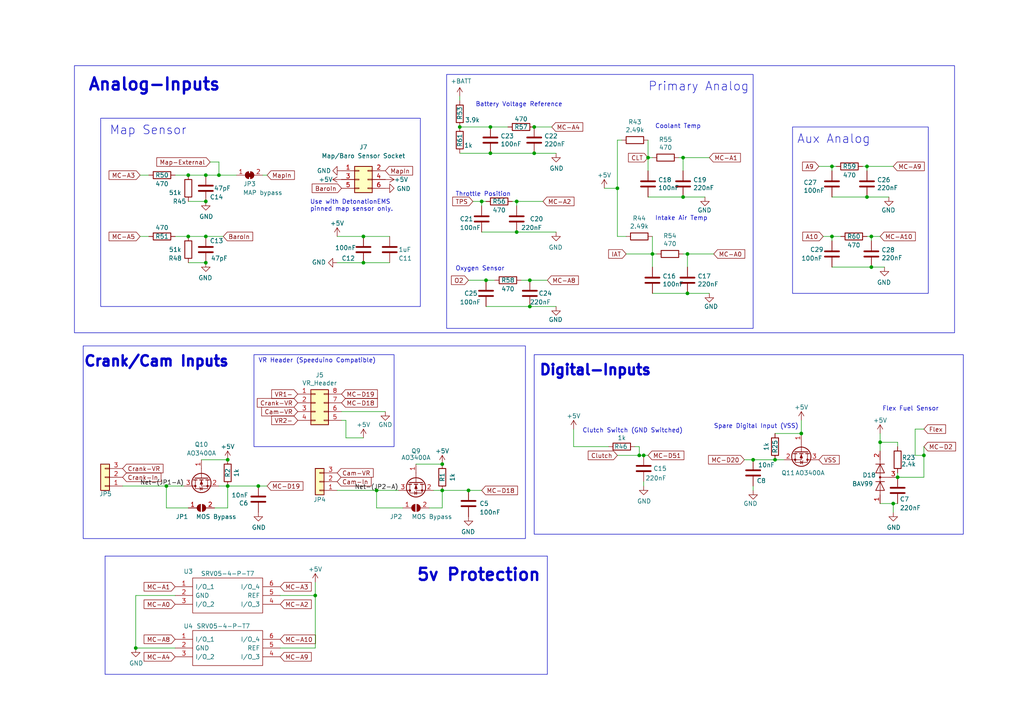
<source format=kicad_sch>
(kicad_sch (version 20230121) (generator eeschema)
  (paper "A4")
  (title_block (title "Pre-Ignition X4") (date "2023-10-24") (rev "C") (company "DetonationEMS") (comment 1 "detonationems.com"))
  (lib_symbols
    (symbol "Connector_Generic:Conn_01x03" (pin_names (offset 1.016) hide)
      (property "Reference" "J" (at 0 5.08 0))
      (property "Value" "Conn_01x03" (at 0 -5.08 0))
      (symbol "Conn_01x03_1_1"
        (rectangle (start -1.27 -2.413) (end 0 -2.667) (stroke (width 0.1524)))
        (rectangle (start -1.27 0.127) (end 0 -0.127) (stroke (width 0.1524)))
        (rectangle (start -1.27 2.667) (end 0 2.413) (stroke (width 0.1524)))
        (rectangle (start -1.27 3.81) (end 1.27 -3.81) (stroke (width 0.254)) (fill (type background)))
        (pin passive line (at -5.08 2.54 0) (length 3.81) (name "Pin_1") (number "1"))
        (pin passive line (at -5.08 0 0) (length 3.81) (name "Pin_2") (number "2"))
        (pin passive line (at -5.08 -2.54 0) (length 3.81) (name "Pin_3") (number "3"))
      )
    )
    (symbol "Connector_Generic:Conn_02x03_Odd_Even" (pin_names (offset 1.016) hide)
      (property "Reference" "J" (at 1.27 5.08 0))
      (property "Value" "Conn_02x03_Odd_Even" (at 1.27 -5.08 0))
      (symbol "Conn_02x03_Odd_Even_1_1"
        (rectangle (start -1.27 -2.413) (end 0 -2.667) (stroke (width 0.1524)))
        (rectangle (start -1.27 0.127) (end 0 -0.127) (stroke (width 0.1524)))
        (rectangle (start -1.27 2.667) (end 0 2.413) (stroke (width 0.1524)))
        (rectangle (start -1.27 3.81) (end 3.81 -3.81) (stroke (width 0.254)) (fill (type background)))
        (rectangle (start 3.81 -2.413) (end 2.54 -2.667) (stroke (width 0.1524)))
        (rectangle (start 3.81 0.127) (end 2.54 -0.127) (stroke (width 0.1524)))
        (rectangle (start 3.81 2.667) (end 2.54 2.413) (stroke (width 0.1524)))
        (pin passive line (at -5.08 2.54 0) (length 3.81) (name "Pin_1") (number "1"))
        (pin passive line (at 7.62 2.54 180) (length 3.81) (name "Pin_2") (number "2"))
        (pin passive line (at -5.08 0 0) (length 3.81) (name "Pin_3") (number "3"))
        (pin passive line (at 7.62 0 180) (length 3.81) (name "Pin_4") (number "4"))
        (pin passive line (at -5.08 -2.54 0) (length 3.81) (name "Pin_5") (number "5"))
        (pin passive line (at 7.62 -2.54 180) (length 3.81) (name "Pin_6") (number "6"))
      )
    )
    (symbol "Connector_Generic:Conn_02x04_Counter_Clockwise" (pin_names (offset 1.016) hide)
      (property "Reference" "J" (at 1.27 5.08 0))
      (property "Value" "Conn_02x04_Counter_Clockwise" (at 1.27 -7.62 0))
      (symbol "Conn_02x04_Counter_Clockwise_1_1"
        (rectangle (start -1.27 -4.953) (end 0 -5.207) (stroke (width 0.1524)))
        (rectangle (start -1.27 -2.413) (end 0 -2.667) (stroke (width 0.1524)))
        (rectangle (start -1.27 0.127) (end 0 -0.127) (stroke (width 0.1524)))
        (rectangle (start -1.27 2.667) (end 0 2.413) (stroke (width 0.1524)))
        (rectangle (start -1.27 3.81) (end 3.81 -6.35) (stroke (width 0.254)) (fill (type background)))
        (rectangle (start 3.81 -4.953) (end 2.54 -5.207) (stroke (width 0.1524)))
        (rectangle (start 3.81 -2.413) (end 2.54 -2.667) (stroke (width 0.1524)))
        (rectangle (start 3.81 0.127) (end 2.54 -0.127) (stroke (width 0.1524)))
        (rectangle (start 3.81 2.667) (end 2.54 2.413) (stroke (width 0.1524)))
        (pin passive line (at -5.08 2.54 0) (length 3.81) (name "Pin_1") (number "1"))
        (pin passive line (at -5.08 0 0) (length 3.81) (name "Pin_2") (number "2"))
        (pin passive line (at -5.08 -2.54 0) (length 3.81) (name "Pin_3") (number "3"))
        (pin passive line (at -5.08 -5.08 0) (length 3.81) (name "Pin_4") (number "4"))
        (pin passive line (at 7.62 -5.08 180) (length 3.81) (name "Pin_5") (number "5"))
        (pin passive line (at 7.62 -2.54 180) (length 3.81) (name "Pin_6") (number "6"))
        (pin passive line (at 7.62 0 180) (length 3.81) (name "Pin_7") (number "7"))
        (pin passive line (at 7.62 2.54 180) (length 3.81) (name "Pin_8") (number "8"))
      )
    )
    (symbol "Device:C" (pin_numbers hide) (pin_names (offset 0.254))
      (property "Reference" "C" (at 0.635 2.54 0))
      (property "Value" "C" (at 0.635 -2.54 0))
      (symbol "C_0_1"
        (polyline (pts (xy -2.032 -0.762) (xy 2.032 -0.762)) (stroke (width 0.508)))
        (polyline (pts (xy -2.032 0.762) (xy 2.032 0.762)) (stroke (width 0.508)))
      )
      (symbol "C_1_1"
        (pin passive line (at 0 3.81 270) (length 2.794) (name "~") (number "1"))
        (pin passive line (at 0 -3.81 90) (length 2.794) (name "~") (number "2"))
      )
    )
    (symbol "Device:R" (pin_numbers hide) (pin_names (offset 0))
      (property "Reference" "R" (at 2.032 0 90))
      (property "Value" "R" (at 0 0 90))
      (symbol "R_0_1"
        (rectangle (start -1.016 -2.54) (end 1.016 2.54) (stroke (width 0.254)))
      )
      (symbol "R_1_1"
        (pin passive line (at 0 3.81 270) (length 1.27) (name "~") (number "1"))
        (pin passive line (at 0 -3.81 90) (length 1.27) (name "~") (number "2"))
      )
    )
    (symbol "Diode:BAV99" (pin_names hide)
      (property "Reference" "D" (at 0 5.08 0))
      (property "Value" "BAV99" (at 0 2.54 0))
      (symbol "BAV99_0_1"
        (polyline (pts (xy -5.08 0) (xy 5.08 0)))
      )
      (symbol "BAV99_1_1"
        (polyline (pts (xy 0 0) (xy 0 -2.54)))
        (polyline (pts (xy -1.27 -1.27) (xy -1.27 1.27) (xy -1.27 1.27)) (stroke (width 0.2032)))
        (polyline (pts (xy 3.81 1.27) (xy 3.81 -1.27) (xy 3.81 -1.27)) (stroke (width 0.2032)))
        (polyline (pts (xy -3.81 1.27) (xy -1.27 0) (xy -3.81 -1.27) (xy -3.81 1.27) (xy -3.81 1.27) (xy -3.81 1.27)) (stroke (width 0.2032)))
        (polyline (pts (xy 1.27 1.27) (xy 3.81 0) (xy 1.27 -1.27) (xy 1.27 1.27) (xy 1.27 1.27) (xy 1.27 1.27)) (stroke (width 0.2032)))
        (circle (center 0 0) (radius 0.254) (fill (type outline)))
        (pin passive line (at -7.62 0 0) (length 2.54) (name "K") (number "1"))
        (pin passive line (at 7.62 0 180) (length 2.54) (name "A") (number "2"))
        (pin passive line (at 0 -5.08 90) (length 2.54) (name "K") (number "3"))
      )
    )
    (symbol "Jumper:SolderJumper_2_Bridged" (pin_names (offset 0) hide)
      (property "Reference" "JP" (at 0 2.032 0))
      (property "Value" "SolderJumper_2_Bridged" (at 0 -2.54 0))
      (symbol "SolderJumper_2_Bridged_0_1"
        (rectangle (start -0.508 0.508) (end 0.508 -0.508) (fill (type outline)))
        (arc (start -0.254 1.016) (mid -1.2656 0) (end -0.254 -1.016))
        (arc (start -0.254 1.016) (mid -1.2656 0) (end -0.254 -1.016) (fill (type outline)))
        (polyline (pts (xy -0.254 1.016) (xy -0.254 -1.016)))
        (polyline (pts (xy 0.254 1.016) (xy 0.254 -1.016)))
        (arc (start 0.254 -1.016) (mid 1.2656 0) (end 0.254 1.016))
        (arc (start 0.254 -1.016) (mid 1.2656 0) (end 0.254 1.016) (fill (type outline)))
      )
      (symbol "SolderJumper_2_Bridged_1_1"
        (pin passive line (at -3.81 0 0) (length 2.54) (name "A") (number "1"))
        (pin passive line (at 3.81 0 180) (length 2.54) (name "B") (number "2"))
      )
    )
    (symbol "Jumper:SolderJumper_2_Open" (pin_names (offset 0) hide)
      (property "Reference" "JP" (at 0 2.032 0))
      (property "Value" "SolderJumper_2_Open" (at 0 -2.54 0))
      (symbol "SolderJumper_2_Open_0_1"
        (arc (start -0.254 1.016) (mid -1.2656 0) (end -0.254 -1.016))
        (arc (start -0.254 1.016) (mid -1.2656 0) (end -0.254 -1.016) (fill (type outline)))
        (polyline (pts (xy -0.254 1.016) (xy -0.254 -1.016)))
        (polyline (pts (xy 0.254 1.016) (xy 0.254 -1.016)))
        (arc (start 0.254 -1.016) (mid 1.2656 0) (end 0.254 1.016))
        (arc (start 0.254 -1.016) (mid 1.2656 0) (end 0.254 1.016) (fill (type outline)))
      )
      (symbol "SolderJumper_2_Open_1_1"
        (pin passive line (at -3.81 0 0) (length 2.54) (name "A") (number "1"))
        (pin passive line (at 3.81 0 180) (length 2.54) (name "B") (number "2"))
      )
    )
    (symbol "Pre_Ignition-cache:AO3400A" (pin_names hide)
      (property "Reference" "Q" (at 5.08 1.905 0))
      (property "Value" "AO3400A" (at 5.08 0 0))
      (symbol "AO3400A_0_1"
        (polyline (pts (xy 0.254 0) (xy -2.54 0)))
        (polyline (pts (xy 0.254 1.905) (xy 0.254 -1.905)) (stroke (width 0.254)))
        (polyline (pts (xy 0.762 -1.27) (xy 0.762 -2.286)) (stroke (width 0.254)))
        (polyline (pts (xy 0.762 0.508) (xy 0.762 -0.508)) (stroke (width 0.254)))
        (polyline (pts (xy 0.762 2.286) (xy 0.762 1.27)) (stroke (width 0.254)))
        (polyline (pts (xy 2.54 2.54) (xy 2.54 1.778)))
        (polyline (pts (xy 2.54 -2.54) (xy 2.54 0) (xy 0.762 0)))
        (polyline (pts (xy 0.762 -1.778) (xy 3.302 -1.778) (xy 3.302 1.778) (xy 0.762 1.778)))
        (polyline (pts (xy 1.016 0) (xy 2.032 0.381) (xy 2.032 -0.381) (xy 1.016 0)) (fill (type outline)))
        (polyline (pts (xy 2.794 0.508) (xy 2.921 0.381) (xy 3.683 0.381) (xy 3.81 0.254)))
        (polyline (pts (xy 3.302 0.381) (xy 2.921 -0.254) (xy 3.683 -0.254) (xy 3.302 0.381)))
        (circle (center 1.651 0) (radius 2.794) (stroke (width 0.254)))
        (circle (center 2.54 -1.778) (radius 0.254) (fill (type outline)))
        (circle (center 2.54 1.778) (radius 0.254) (fill (type outline)))
      )
      (symbol "AO3400A_1_1"
        (pin input line (at -5.08 0 0) (length 2.54) (name "G") (number "1"))
        (pin passive line (at 2.54 -5.08 90) (length 2.54) (name "S") (number "2"))
        (pin passive line (at 2.54 5.08 270) (length 2.54) (name "D") (number "3"))
      )
    )
    (symbol "Pre_Ignition-rescue:SRV05-4-P-T7-SRV05-4-P-T7-Pre_Ignition-rescue-Pre_Ignition-rescue-Pre_Ignition-rescue" (pin_names (offset 0.762))
      (property "Reference" "IC" (at 26.67 7.62 0))
      (property "Value" "SRV05-4-P-T7-SRV05-4-P-T7-Pre_Ignition-rescue-Pre_Ignition-rescue-Pre_Ignition-rescue" (at 26.67 5.08 0))
      (symbol "SRV05-4-P-T7-SRV05-4-P-T7-Pre_Ignition-rescue-Pre_Ignition-rescue-Pre_Ignition-rescue_0_0"
        (pin passive line (at 0 0 0) (length 5.08) (name "I/O_1") (number "1"))
        (pin passive line (at 0 -2.54 0) (length 5.08) (name "GND") (number "2"))
        (pin passive line (at 0 -5.08 0) (length 5.08) (name "I/O_2") (number "3"))
        (pin passive line (at 30.48 -5.08 180) (length 5.08) (name "I/O_3") (number "4"))
        (pin passive line (at 30.48 -2.54 180) (length 5.08) (name "REF") (number "5"))
        (pin passive line (at 30.48 0 180) (length 5.08) (name "I/O_4") (number "6"))
      )
      (symbol "SRV05-4-P-T7-SRV05-4-P-T7-Pre_Ignition-rescue-Pre_Ignition-rescue-Pre_Ignition-rescue_0_1"
        (polyline (pts (xy 5.08 2.54) (xy 25.4 2.54) (xy 25.4 -7.62) (xy 5.08 -7.62) (xy 5.08 2.54)) (stroke (width 0.1524)))
      )
    )
    (symbol "power:+5V" (power) (pin_names (offset 0))
      (property "Value" "+5V" (at 0 3.556 0))
      (symbol "+5V_0_1"
        (polyline (pts (xy -0.762 1.27) (xy 0 2.54)))
        (polyline (pts (xy 0 0) (xy 0 2.54)))
        (polyline (pts (xy 0 2.54) (xy 0.762 1.27)))
      )
      (symbol "+5V_1_1"
        (pin power_in line (at 0 0 90) (length 0) hide (name "+5V") (number "1"))
      )
    )
    (symbol "power:+BATT" (power) (pin_names (offset 0))
      (property "Value" "+BATT" (at 0 3.556 0))
      (symbol "+BATT_0_1"
        (polyline (pts (xy -0.762 1.27) (xy 0 2.54)))
        (polyline (pts (xy 0 0) (xy 0 2.54)))
        (polyline (pts (xy 0 2.54) (xy 0.762 1.27)))
      )
      (symbol "+BATT_1_1"
        (pin power_in line (at 0 0 90) (length 0) hide (name "+BATT") (number "1"))
      )
    )
    (symbol "power:GND" (power) (pin_names (offset 0))
      (property "Value" "GND" (at 0 -3.81 0))
      (symbol "GND_0_1"
        (polyline (pts (xy 0 0) (xy 0 -1.27) (xy 1.27 -1.27) (xy 0 -2.54) (xy -1.27 -1.27) (xy 0 -1.27)))
      )
      (symbol "GND_1_1"
        (pin power_in line (at 0 0 270) (length 0) hide (name "GND") (number "1"))
      )
    )
  )
  (junction (at 59.69 76.2))
  (junction (at 135.89 142.24))
  (junction (at 63.5 50.8))
  (junction (at 198.12 45.72))
  (junction (at 252.73 77.47))
  (junction (at 241.3 68.58))
  (junction (at 59.69 68.58))
  (junction (at 139.7 58.42))
  (junction (at 140.97 81.28))
  (junction (at 255.27 128.27))
  (junction (at 154.94 36.83))
  (junction (at 232.41 125.73))
  (junction (at 142.24 44.45))
  (junction (at 149.86 58.42))
  (junction (at 218.44 133.35))
  (junction (at 189.23 73.66))
  (junction (at 39.37 187.96))
  (junction (at 186.69 132.08))
  (junction (at 59.69 50.8))
  (junction (at 187.96 45.72))
  (junction (at 154.94 44.45))
  (junction (at 153.67 88.9))
  (junction (at 267.97 132.08))
  (junction (at 91.44 172.72))
  (junction (at 199.39 73.66))
  (junction (at 128.27 134.62))
  (junction (at 48.26 140.97))
  (junction (at 66.04 133.35))
  (junction (at 251.46 48.26))
  (junction (at 251.46 57.15))
  (junction (at 153.67 81.28))
  (junction (at 128.27 142.24))
  (junction (at 260.35 138.43))
  (junction (at 59.69 58.42))
  (junction (at 252.73 68.58))
  (junction (at 54.61 50.8))
  (junction (at 185.42 132.08))
  (junction (at 109.22 142.24))
  (junction (at 74.93 140.97))
  (junction (at 105.41 76.2))
  (junction (at 105.41 68.58))
  (junction (at 259.08 146.05))
  (junction (at 179.07 54.61))
  (junction (at 149.86 67.31))
  (junction (at 133.35 36.83))
  (junction (at 224.79 133.35))
  (junction (at 54.61 68.58))
  (junction (at 66.04 140.97))
  (junction (at 198.12 57.15))
  (junction (at 142.24 36.83))
  (junction (at 241.3 48.26))
  (junction (at 199.39 85.09))
  (wire (pts (xy 179.07 68.58) (xy 181.61 68.58)))
  (wire (pts (xy 149.86 58.42) (xy 157.48 58.42)))
  (wire (pts (xy 59.69 76.2) (xy 54.61 76.2)))
  (wire (pts (xy 267.97 132.08) (xy 267.97 138.43)))
  (wire (pts (xy 196.85 45.72) (xy 198.12 45.72)))
  (wire (pts (xy 204.47 57.15) (xy 198.12 57.15)))
  (wire (pts (xy 149.86 58.42) (xy 149.86 59.69)))
  (wire (pts (xy 184.15 129.54) (xy 185.42 129.54)))
  (wire (pts (xy 140.97 81.28) (xy 143.51 81.28)))
  (wire (pts (xy 133.35 27.94) (xy 133.35 29.21)))
  (wire (pts (xy 151.13 81.28) (xy 153.67 81.28)))
  (wire (pts (xy 116.84 147.32) (xy 109.22 147.32)))
  (wire (pts (xy 100.33 127) (xy 100.33 121.92)))
  (wire (pts (xy 139.7 58.42) (xy 140.97 58.42)))
  (wire (pts (xy 185.42 129.54) (xy 185.42 132.08)))
  (wire (pts (xy 97.79 142.24) (xy 109.22 142.24)))
  (wire (pts (xy 59.69 68.58) (xy 64.77 68.58)))
  (wire (pts (xy 260.35 138.43) (xy 267.97 138.43)))
  (wire (pts (xy 105.41 68.58) (xy 113.03 68.58)))
  (wire (pts (xy 224.79 133.35) (xy 227.33 133.35)))
  (wire (pts (xy 43.18 68.58) (xy 40.64 68.58)))
  (polyline (pts (xy 30.48 161.29) (xy 158.75 161.29)))
  (wire (pts (xy 97.79 68.58) (xy 105.41 68.58)))
  (wire (pts (xy 241.3 48.26) (xy 242.57 48.26)))
  (wire (pts (xy 140.97 88.9) (xy 153.67 88.9)))
  (wire (pts (xy 62.23 147.32) (xy 66.04 147.32)))
  (wire (pts (xy 142.24 44.45) (xy 133.35 44.45)))
  (wire (pts (xy 205.74 85.09) (xy 199.39 85.09)))
  (wire (pts (xy 199.39 73.66) (xy 199.39 77.47)))
  (wire (pts (xy 166.37 129.54) (xy 176.53 129.54)))
  (wire (pts (xy 218.44 133.35) (xy 224.79 133.35)))
  (wire (pts (xy 43.18 50.8) (xy 40.64 50.8)))
  (wire (pts (xy 255.27 146.05) (xy 259.08 146.05)))
  (wire (pts (xy 105.41 76.2) (xy 97.79 76.2)))
  (wire (pts (xy 179.07 132.08) (xy 185.42 132.08)))
  (wire (pts (xy 54.61 58.42) (xy 59.69 58.42)))
  (wire (pts (xy 54.61 50.8) (xy 50.8 50.8)))
  (wire (pts (xy 100.33 127) (xy 105.41 127)))
  (wire (pts (xy 142.24 44.45) (xy 154.94 44.45)))
  (wire (pts (xy 256.54 77.47) (xy 252.73 77.47)))
  (wire (pts (xy 189.23 85.09) (xy 199.39 85.09)))
  (wire (pts (xy 260.35 137.16) (xy 260.35 138.43)))
  (wire (pts (xy 187.96 45.72) (xy 187.96 49.53)))
  (wire (pts (xy 54.61 68.58) (xy 59.69 68.58)))
  (wire (pts (xy 187.96 40.64) (xy 187.96 45.72)))
  (wire (pts (xy 189.23 68.58) (xy 189.23 73.66)))
  (wire (pts (xy 109.22 147.32) (xy 109.22 142.24)))
  (wire (pts (xy 241.3 77.47) (xy 252.73 77.47)))
  (wire (pts (xy 198.12 45.72) (xy 205.74 45.72)))
  (wire (pts (xy 166.37 124.46) (xy 166.37 129.54)))
  (wire (pts (xy 154.94 36.83) (xy 160.02 36.83)))
  (wire (pts (xy 255.27 125.73) (xy 255.27 128.27)))
  (wire (pts (xy 54.61 50.8) (xy 59.69 50.8)))
  (wire (pts (xy 265.43 132.08) (xy 265.43 124.46)))
  (wire (pts (xy 260.35 128.27) (xy 255.27 128.27)))
  (wire (pts (xy 250.19 48.26) (xy 251.46 48.26)))
  (wire (pts (xy 153.67 81.28) (xy 158.75 81.28)))
  (wire (pts (xy 175.26 54.61) (xy 179.07 54.61)))
  (polyline (pts (xy 158.75 195.58) (xy 30.48 195.58)))
  (wire (pts (xy 113.03 76.2) (xy 105.41 76.2)))
  (wire (pts (xy 251.46 48.26) (xy 259.08 48.26)))
  (wire (pts (xy 48.26 147.32) (xy 54.61 147.32)))
  (wire (pts (xy 186.69 140.97) (xy 186.69 139.7)))
  (wire (pts (xy 179.07 54.61) (xy 179.07 68.58)))
  (polyline (pts (xy 158.75 161.29) (xy 158.75 195.58)))
  (wire (pts (xy 100.33 121.92) (xy 99.06 121.92)))
  (wire (pts (xy 39.37 172.72) (xy 50.8 172.72)))
  (wire (pts (xy 186.69 132.08) (xy 187.96 132.08)))
  (wire (pts (xy 50.8 68.58) (xy 54.61 68.58)))
  (wire (pts (xy 128.27 142.24) (xy 135.89 142.24)))
  (wire (pts (xy 260.35 129.54) (xy 260.35 128.27)))
  (wire (pts (xy 241.3 48.26) (xy 241.3 49.53)))
  (wire (pts (xy 215.9 133.35) (xy 218.44 133.35)))
  (polyline (pts (xy 30.48 195.58) (xy 30.48 161.29)))
  (wire (pts (xy 50.8 187.96) (xy 39.37 187.96)))
  (wire (pts (xy 60.96 46.99) (xy 63.5 46.99)))
  (wire (pts (xy 161.29 44.45) (xy 154.94 44.45)))
  (wire (pts (xy 153.67 88.9) (xy 161.29 88.9)))
  (wire (pts (xy 265.43 132.08) (xy 267.97 132.08)))
  (wire (pts (xy 198.12 45.72) (xy 198.12 49.53)))
  (wire (pts (xy 66.04 140.97) (xy 74.93 140.97)))
  (wire (pts (xy 135.89 81.28) (xy 140.97 81.28)))
  (wire (pts (xy 252.73 68.58) (xy 255.27 68.58)))
  (wire (pts (xy 255.27 128.27) (xy 255.27 130.81)))
  (wire (pts (xy 161.29 67.31) (xy 149.86 67.31)))
  (wire (pts (xy 187.96 57.15) (xy 198.12 57.15)))
  (wire (pts (xy 257.81 57.15) (xy 251.46 57.15)))
  (wire (pts (xy 232.41 125.73) (xy 224.79 125.73)))
  (wire (pts (xy 81.28 187.96) (xy 91.44 187.96)))
  (wire (pts (xy 133.35 36.83) (xy 142.24 36.83)))
  (wire (pts (xy 124.46 147.32) (xy 128.27 147.32)))
  (wire (pts (xy 238.76 68.58) (xy 241.3 68.58)))
  (wire (pts (xy 63.5 50.8) (xy 68.58 50.8)))
  (wire (pts (xy 91.44 172.72) (xy 81.28 172.72)))
  (wire (pts (xy 39.37 172.72) (xy 39.37 187.96)))
  (wire (pts (xy 91.44 172.72) (xy 91.44 187.96)))
  (wire (pts (xy 187.96 45.72) (xy 189.23 45.72)))
  (wire (pts (xy 91.44 168.91) (xy 91.44 172.72)))
  (wire (pts (xy 265.43 124.46) (xy 267.97 124.46)))
  (wire (pts (xy 237.49 48.26) (xy 241.3 48.26)))
  (wire (pts (xy 66.04 140.97) (xy 63.5 140.97)))
  (wire (pts (xy 259.08 148.59) (xy 259.08 146.05)))
  (wire (pts (xy 218.44 142.24) (xy 218.44 140.97)))
  (wire (pts (xy 48.26 147.32) (xy 48.26 140.97)))
  (wire (pts (xy 63.5 46.99) (xy 63.5 50.8)))
  (wire (pts (xy 66.04 147.32) (xy 66.04 140.97)))
  (wire (pts (xy 148.59 58.42) (xy 149.86 58.42)))
  (wire (pts (xy 128.27 147.32) (xy 128.27 142.24)))
  (wire (pts (xy 267.97 129.54) (xy 267.97 132.08)))
  (wire (pts (xy 232.41 121.92) (xy 232.41 125.73)))
  (wire (pts (xy 77.47 50.8) (xy 76.2 50.8)))
  (wire (pts (xy 142.24 36.83) (xy 147.32 36.83)))
  (wire (pts (xy 48.26 140.97) (xy 53.34 140.97)))
  (wire (pts (xy 139.7 59.69) (xy 139.7 58.42)))
  (wire (pts (xy 198.12 73.66) (xy 199.39 73.66)))
  (wire (pts (xy 241.3 57.15) (xy 251.46 57.15)))
  (wire (pts (xy 179.07 40.64) (xy 180.34 40.64)))
  (wire (pts (xy 59.69 50.8) (xy 63.5 50.8)))
  (wire (pts (xy 259.08 146.05) (xy 260.35 146.05)))
  (wire (pts (xy 241.3 68.58) (xy 243.84 68.58)))
  (wire (pts (xy 74.93 140.97) (xy 77.47 140.97)))
  (wire (pts (xy 115.57 142.24) (xy 109.22 142.24)))
  (wire (pts (xy 120.65 134.62) (xy 128.27 134.62)))
  (wire (pts (xy 181.61 73.66) (xy 189.23 73.66)))
  (wire (pts (xy 135.89 142.24) (xy 139.7 142.24)))
  (wire (pts (xy 128.27 142.24) (xy 125.73 142.24)))
  (wire (pts (xy 179.07 40.64) (xy 179.07 54.61)))
  (wire (pts (xy 189.23 73.66) (xy 189.23 77.47)))
  (wire (pts (xy 185.42 132.08) (xy 186.69 132.08)))
  (wire (pts (xy 251.46 68.58) (xy 252.73 68.58)))
  (wire (pts (xy 66.04 133.35) (xy 58.42 133.35)))
  (wire (pts (xy 189.23 73.66) (xy 190.5 73.66)))
  (wire (pts (xy 241.3 68.58) (xy 241.3 69.85)))
  (wire (pts (xy 35.56 140.97) (xy 48.26 140.97)))
  (wire (pts (xy 137.16 58.42) (xy 139.7 58.42)))
  (wire (pts (xy 111.76 119.38) (xy 99.06 119.38)))
  (wire (pts (xy 252.73 68.58) (xy 252.73 69.85)))
  (wire (pts (xy 139.7 67.31) (xy 149.86 67.31)))
  (wire (pts (xy 199.39 73.66) (xy 207.01 73.66)))
  (wire (pts (xy 251.46 48.26) (xy 251.46 49.53)))
  (rectangle (start 21.59 19.05) (end 276.86 96.52))
  (rectangle (start 24.13 100.33) (end 152.4 156.21))
  (rectangle (start 229.87 36.83) (end 269.24 85.09))
  (rectangle (start 73.66 102.87) (end 114.3 129.54))
  (rectangle (start 129.54 21.59) (end 218.44 95.25))
  (rectangle (start 154.94 102.87) (end 279.4 154.94))
  (rectangle (start 29.21 34.29) (end 121.92 88.9))
  (text "Aux Analog" (at 231.14 41.91 0) (effects (font (size 2.54 2.54)) (justify left bottom)))
  (text "Map Sensor" (at 31.75 39.37 0) (effects (font (size 2.54 2.54)) (justify left bottom)))
  (text "Throttle Position" (at 132.08 57.15 0) (effects (font (size 1.27 1.27)) (justify left bottom)))
  (text "Clutch Switch (GND Switched)" (at 168.91 125.73 0) (effects (font (size 1.27 1.27)) (justify left bottom)))
  (text "Crank/Cam Inputs" (at 24.13 106.68 0) (effects (font (size 3 3) (thickness 0.7) bold) (justify left bottom)))
  (text "Analog-Inputs" (at 25.4 26.67 0) (effects (font (size 3.5 3.5) (thickness 0.7) bold) (justify left bottom)))
  (text "Oxygen Sensor" (at 132.08 78.74 0) (effects (font (size 1.27 1.27)) (justify left bottom)))
  (text "Primary Analog" (at 187.96 26.67 0) (effects (font (size 2.54 2.54)) (justify left bottom)))
  (text "Coolant Temp" (at 189.992 37.465 0) (effects (font (size 1.27 1.27)) (justify left bottom)))
  (text "Intake Air Temp" (at 189.992 64.135 0) (effects (font (size 1.27 1.27)) (justify left bottom)))
  (text "VR Header (Speeduino Compatible)" (at 74.93 105.41 0) (effects (font (size 1.27 1.27)) (justify left bottom)))
  (text "Battery Voltage Reference" (at 137.922 31.115 0) (effects (font (size 1.27 1.27)) (justify left bottom)))
  (text "Spare Digital Input (VSS)" (at 207.01 124.46 0) (effects (font (size 1.27 1.27)) (justify left bottom)))
  (text "Use with DetonationEMS\npinned map sensor only." (at 89.916 61.468 0) (effects (font (size 1.27 1.27)) (justify left bottom)))
  (text "Flex Fuel Sensor" (at 255.905 119.38 0) (effects (font (size 1.27 1.27)) (justify left bottom)))
  (text "5v Protection" (at 120.65 168.91 0) (effects (font (size 3.5 3.5) (thickness 0.7) bold) (justify left bottom)))
  (text "Digital-Inputs" (at 156.21 109.22 0) (effects (font (size 3 3) (thickness 0.7) bold) (justify left bottom)))
  (label "Net-(JP2-A)" (at 115.57 142.24 180))
  (label "Net-(JP1-A)" (at 53.34 140.97 180))
  (global_label "MC-A5" (shape input) (at 40.64 68.58 180) (property "Intersheetrefs" "${INTERSHEET_REFS}" (effects hide)))
  (global_label "Flex" (shape input) (at 267.97 124.46 0) (property "Intersheetrefs" "${INTERSHEET_REFS}" (effects hide)))
  (global_label "MC-A2" (shape input) (at 81.28 175.26 0) (property "Intersheetrefs" "${INTERSHEET_REFS}" (effects hide)))
  (global_label "VSS" (shape input) (at 237.49 133.35 0) (property "Intersheetrefs" "${INTERSHEET_REFS}" (effects hide)))
  (global_label "MC-D20" (shape input) (at 215.9 133.35 180) (property "Intersheetrefs" "${INTERSHEET_REFS}" (effects hide)))
  (global_label "MC-D18" (shape input) (at 139.7 142.24 0) (property "Intersheetrefs" "${INTERSHEET_REFS}" (effects hide)))
  (global_label "MapIn" (shape input) (at 77.47 50.8 0) (property "Intersheetrefs" "${INTERSHEET_REFS}" (effects hide)))
  (global_label "Cam-VR" (shape input) (at 97.79 137.16 0) (property "Intersheetrefs" "${INTERSHEET_REFS}" (effects hide)))
  (global_label "MC-A1" (shape input) (at 50.8 170.18 180) (property "Intersheetrefs" "${INTERSHEET_REFS}" (effects hide)))
  (global_label "MC-A8" (shape input) (at 50.8 185.42 180) (property "Intersheetrefs" "${INTERSHEET_REFS}" (effects hide)))
  (global_label "MC-D18" (shape input) (at 99.06 116.84 0) (property "Intersheetrefs" "${INTERSHEET_REFS}" (effects hide)))
  (global_label "MC-D19" (shape input) (at 99.06 114.3 0) (property "Intersheetrefs" "${INTERSHEET_REFS}" (effects hide)))
  (global_label "Crank-VR" (shape input) (at 86.36 116.84 180) (property "Intersheetrefs" "${INTERSHEET_REFS}" (effects hide)))
  (global_label "MC-A4" (shape input) (at 50.8 190.5 180) (property "Intersheetrefs" "${INTERSHEET_REFS}" (effects hide)))
  (global_label "MC-A4" (shape input) (at 160.02 36.83 0) (property "Intersheetrefs" "${INTERSHEET_REFS}" (effects hide)))
  (global_label "MC-A0" (shape input) (at 50.8 175.26 180) (property "Intersheetrefs" "${INTERSHEET_REFS}" (effects hide)))
  (global_label "MC-A3" (shape input) (at 40.64 50.8 180) (property "Intersheetrefs" "${INTERSHEET_REFS}" (effects hide)))
  (global_label "Cam-In" (shape input) (at 97.79 139.7 0) (property "Intersheetrefs" "${INTERSHEET_REFS}" (effects hide)))
  (global_label "MapIn" (shape input) (at 111.76 49.53 0) (property "Intersheetrefs" "${INTERSHEET_REFS}" (effects hide)))
  (global_label "Clutch" (shape input) (at 179.07 132.08 180) (property "Intersheetrefs" "${INTERSHEET_REFS}" (effects hide)))
  (global_label "TPS" (shape input) (at 137.16 58.42 180) (property "Intersheetrefs" "${INTERSHEET_REFS}" (effects hide)))
  (global_label "MC-D51" (shape input) (at 187.96 132.08 0) (property "Intersheetrefs" "${INTERSHEET_REFS}" (effects hide)))
  (global_label "MC-A0" (shape input) (at 207.01 73.66 0) (property "Intersheetrefs" "${INTERSHEET_REFS}" (effects hide)))
  (global_label "MC-A9" (shape input) (at 81.28 190.5 0) (property "Intersheetrefs" "${INTERSHEET_REFS}" (effects hide)))
  (global_label "Cam-VR" (shape input) (at 86.36 119.38 180) (property "Intersheetrefs" "${INTERSHEET_REFS}" (effects hide)))
  (global_label "MC-D2" (shape input) (at 267.97 129.54 0) (property "Intersheetrefs" "${INTERSHEET_REFS}" (effects hide)))
  (global_label "MC-A2" (shape input) (at 157.48 58.42 0) (property "Intersheetrefs" "${INTERSHEET_REFS}" (effects hide)))
  (global_label "BaroIn" (shape input) (at 99.06 54.61 180) (property "Intersheetrefs" "${INTERSHEET_REFS}" (effects hide)))
  (global_label "CLT" (shape input) (at 187.96 45.72 180) (property "Intersheetrefs" "${INTERSHEET_REFS}" (effects hide)))
  (global_label "MC-D19" (shape input) (at 77.47 140.97 0) (property "Intersheetrefs" "${INTERSHEET_REFS}" (effects hide)))
  (global_label "O2" (shape input) (at 135.89 81.28 180) (property "Intersheetrefs" "${INTERSHEET_REFS}" (effects hide)))
  (global_label "MC-A3" (shape input) (at 81.28 170.18 0) (property "Intersheetrefs" "${INTERSHEET_REFS}" (effects hide)))
  (global_label "VR1-" (shape input) (at 86.36 114.3 180) (property "Intersheetrefs" "${INTERSHEET_REFS}" (effects hide)))
  (global_label "MC-A8" (shape input) (at 158.75 81.28 0) (property "Intersheetrefs" "${INTERSHEET_REFS}" (effects hide)))
  (global_label "Map-External" (shape input) (at 60.96 46.99 180) (property "Intersheetrefs" "${INTERSHEET_REFS}" (effects hide)))
  (global_label "A10" (shape input) (at 238.76 68.58 180) (property "Intersheetrefs" "${INTERSHEET_REFS}" (effects hide)))
  (global_label "Crank-In" (shape input) (at 35.56 138.43 0) (property "Intersheetrefs" "${INTERSHEET_REFS}" (effects hide)))
  (global_label "MC-A9" (shape input) (at 259.08 48.26 0) (property "Intersheetrefs" "${INTERSHEET_REFS}" (effects hide)))
  (global_label "Crank-VR" (shape input) (at 35.56 135.89 0) (property "Intersheetrefs" "${INTERSHEET_REFS}" (effects hide)))
  (global_label "MC-A10" (shape input) (at 81.28 185.42 0) (property "Intersheetrefs" "${INTERSHEET_REFS}" (effects hide)))
  (global_label "MC-A1" (shape input) (at 205.74 45.72 0) (property "Intersheetrefs" "${INTERSHEET_REFS}" (effects hide)))
  (global_label "BaroIn" (shape input) (at 64.77 68.58 0) (property "Intersheetrefs" "${INTERSHEET_REFS}" (effects hide)))
  (global_label "VR2-" (shape input) (at 86.36 121.92 180) (property "Intersheetrefs" "${INTERSHEET_REFS}" (effects hide)))
  (global_label "A9" (shape input) (at 237.49 48.26 180) (property "Intersheetrefs" "${INTERSHEET_REFS}" (effects hide)))
  (global_label "IAT" (shape input) (at 181.61 73.66 180) (property "Intersheetrefs" "${INTERSHEET_REFS}" (effects hide)))
  (global_label "MC-A10" (shape input) (at 255.27 68.58 0) (property "Intersheetrefs" "${INTERSHEET_REFS}" (effects hide)))
  (symbol (lib_id "Device:C") (at 113.03 72.39 0) (mirror x) (unit 1)
    (property "Reference" "C11" (at 115.57 74.93 0) (effects (justify left)))
    (property "Value" "1uF" (at 115.57 72.39 0) (effects (justify left)))
    (property "Footprint" "Capacitor_SMD:C_0603_1608Metric" (effects hide))
    (property "JLC" "C15849" (effects hide))
    (property "LCSC" "C15849" (effects hide))
  )
  (symbol (lib_id "Device:R") (at 144.78 58.42 270) (unit 1)
    (property "Reference" "R56" (at 144.78 58.42 90))
    (property "Value" "470" (at 144.78 60.96 90))
    (property "Footprint" "Resistor_SMD:R_0603_1608Metric" (effects hide))
    (property "JLC" "C23179" (effects hide))
    (property "LCSC" "C23179" (effects hide))
  )
  (symbol (lib_id "Device:C") (at 105.41 72.39 0) (mirror x) (unit 1)
    (property "Reference" "C12" (at 99.06 74.93 0) (effects (justify left)))
    (property "Value" "100nF" (at 97.155 71.882 0) (effects (justify left)))
    (property "Footprint" "Capacitor_SMD:C_0603_1608Metric" (effects hide))
    (property "JLC" "C14663" (effects hide))
    (property "LCSC" "C14663" (effects hide))
  )
  (symbol (lib_id "Device:C") (at 139.7 63.5 0) (unit 1)
    (property "Reference" "C21" (at 133.35 63.5 0) (effects (justify left)))
    (property "Value" "100nF" (at 133.35 66.04 0) (effects (justify left)))
    (property "Footprint" "Capacitor_SMD:C_0603_1608Metric" (effects hide))
    (property "JLC" "C14663" (effects hide))
    (property "LCSC" "C14663" (effects hide))
  )
  (symbol (lib_id "Device:C") (at 149.86 63.5 0) (unit 1)
    (property "Reference" "C20" (at 153.67 63.5 0) (effects (justify left)))
    (property "Value" "220nF" (at 151.13 66.04 0) (effects (justify left)))
    (property "Footprint" "Capacitor_SMD:C_0603_1608Metric" (effects hide))
    (property "JLC" "C5378 " (effects hide))
    (property "LCSC" "C21120" (effects hide))
  )
  (symbol (lib_id "power:GND") (at 161.29 67.31 0) (unit 1)
    (property "Reference" "#PWR0118" (effects hide))
    (property "Value" "GND" (at 163.195 71.755 0) (effects (justify right)))
  )
  (symbol (lib_id "Device:R") (at 147.32 81.28 270) (unit 1)
    (property "Reference" "R58" (at 147.32 81.28 90))
    (property "Value" "470" (at 147.32 83.82 90))
    (property "Footprint" "Resistor_SMD:R_0603_1608Metric" (effects hide))
    (property "JLC" "C23179" (effects hide))
    (property "LCSC" "C23179" (effects hide))
  )
  (symbol (lib_id "Device:C") (at 140.97 85.09 0) (unit 1)
    (property "Reference" "C25" (at 134.62 85.09 0) (effects (justify left)))
    (property "Value" "100nF" (at 133.35 87.63 0) (effects (justify left)))
    (property "Footprint" "Capacitor_SMD:C_0603_1608Metric" (effects hide))
    (property "JLC" "C14663" (effects hide))
    (property "LCSC" "C14663" (effects hide))
  )
  (symbol (lib_id "Device:C") (at 153.67 85.09 0) (unit 1)
    (property "Reference" "C24" (at 156.21 85.09 0) (effects (justify left)))
    (property "Value" "220nF" (at 153.67 87.63 0) (effects (justify left)))
    (property "Footprint" "Capacitor_SMD:C_0603_1608Metric" (effects hide))
    (property "JLC" "C5378 " (effects hide))
    (property "LCSC" "C21120" (effects hide))
  )
  (symbol (lib_id "power:GND") (at 161.29 88.9 0) (unit 1)
    (property "Reference" "#PWR0117" (effects hide))
    (property "Value" "GND" (at 163.195 92.71 0) (effects (justify right)))
  )
  (symbol (lib_id "Device:R") (at 46.99 50.8 270) (mirror x) (unit 1)
    (property "Reference" "R50" (at 46.99 50.8 90))
    (property "Value" "470" (at 46.99 53.34 90))
    (property "Footprint" "Resistor_SMD:R_0603_1608Metric" (effects hide))
    (property "JLC" "C23179" (effects hide))
    (property "LCSC" "C23179" (effects hide))
  )
  (symbol (lib_id "Device:R") (at 194.31 73.66 270) (unit 1)
    (property "Reference" "R54" (at 194.31 68.4022 90))
    (property "Value" "470" (at 194.31 70.7136 90))
    (property "Footprint" "Resistor_SMD:R_0603_1608Metric" (effects hide))
    (property "JLC" "C23179" (effects hide))
    (property "LCSC" "C23179" (effects hide))
  )
  (symbol (lib_id "Device:C") (at 189.23 81.28 0) (unit 1)
    (property "Reference" "C16" (at 192.151 80.1116 0) (effects (justify left)))
    (property "Value" "100nF" (at 192.151 82.423 0) (effects (justify left)))
    (property "Footprint" "Capacitor_SMD:C_0603_1608Metric" (effects hide))
    (property "JLC" "C14663" (effects hide))
    (property "LCSC" "C14663" (effects hide))
  )
  (symbol (lib_id "Device:C") (at 199.39 81.28 0) (unit 1)
    (property "Reference" "C17" (at 202.311 80.1116 0) (effects (justify left)))
    (property "Value" "220nF" (at 202.311 82.423 0) (effects (justify left)))
    (property "Footprint" "Capacitor_SMD:C_0603_1608Metric" (effects hide))
    (property "JLC" "C5378 " (effects hide))
    (property "LCSC" "C21120" (effects hide))
  )
  (symbol (lib_id "power:GND") (at 205.74 85.09 0) (unit 1)
    (property "Reference" "#PWR0116" (effects hide))
    (property "Value" "GND" (at 208.28 88.9 0) (effects (justify right)))
  )
  (symbol (lib_id "Device:R") (at 193.04 45.72 270) (unit 1)
    (property "Reference" "R55" (at 193.04 40.4622 90))
    (property "Value" "470" (at 193.04 42.7736 90))
    (property "Footprint" "Resistor_SMD:R_0603_1608Metric" (effects hide))
    (property "JLC" "C23179" (effects hide))
    (property "LCSC" "C23179" (effects hide))
  )
  (symbol (lib_id "Device:C") (at 187.96 53.34 0) (unit 1)
    (property "Reference" "C18" (at 190.881 52.1716 0) (effects (justify left)))
    (property "Value" "100nF" (at 190.881 54.483 0) (effects (justify left)))
    (property "Footprint" "Capacitor_SMD:C_0603_1608Metric" (effects hide))
    (property "JLC" "C14663" (effects hide))
    (property "LCSC" "C14663" (effects hide))
  )
  (symbol (lib_id "Device:C") (at 198.12 53.34 0) (unit 1)
    (property "Reference" "C19" (at 201.041 52.1716 0) (effects (justify left)))
    (property "Value" "220nF" (at 201.041 54.483 0) (effects (justify left)))
    (property "Footprint" "Capacitor_SMD:C_0603_1608Metric" (effects hide))
    (property "JLC" "C5378 " (effects hide))
    (property "LCSC" "C21120" (effects hide))
  )
  (symbol (lib_id "power:GND") (at 204.47 57.15 0) (unit 1)
    (property "Reference" "#PWR0115" (effects hide))
    (property "Value" "GND" (at 206.375 60.96 0) (effects (justify right)))
  )
  (symbol (lib_id "Device:R") (at 184.15 40.64 270) (unit 1) (in_bom no)
    (property "Reference" "R43" (at 184.15 35.3822 90))
    (property "Value" "2.49k" (at 184.15 37.6936 90))
    (property "Footprint" "Resistor_THT:R_Axial_DIN0207_L6.3mm_D2.5mm_P7.62mm_Horizontal" (effects hide))
  )
  (symbol (lib_id "Device:R") (at 185.42 68.58 270) (unit 1) (in_bom no)
    (property "Reference" "R44" (at 185.42 63.3222 90))
    (property "Value" "2.49k" (at 185.42 65.6336 90))
    (property "Footprint" "Resistor_THT:R_Axial_DIN0207_L6.3mm_D2.5mm_P7.62mm_Horizontal" (effects hide))
  )
  (symbol (lib_id "Device:R") (at 246.38 48.26 270) (unit 1)
    (property "Reference" "R59" (at 246.38 48.26 90))
    (property "Value" "470" (at 246.38 50.8 90))
    (property "Footprint" "Resistor_SMD:R_0603_1608Metric" (effects hide))
    (property "JLC" "C23179" (effects hide))
    (property "LCSC" "C23179" (effects hide))
  )
  (symbol (lib_id "Device:C") (at 241.3 53.34 0) (unit 1)
    (property "Reference" "C27" (at 233.045 52.9336 0) (effects (justify left)))
    (property "Value" "100nF" (at 233.045 55.245 0) (effects (justify left)))
    (property "Footprint" "Capacitor_SMD:C_0603_1608Metric" (effects hide))
    (property "JLC" "C14663" (effects hide))
    (property "LCSC" "C14663" (effects hide))
  )
  (symbol (lib_id "Device:C") (at 251.46 53.34 0) (unit 1)
    (property "Reference" "C26" (at 254.381 52.1716 0) (effects (justify left)))
    (property "Value" "220nF" (at 254.381 54.483 0) (effects (justify left)))
    (property "Footprint" "Capacitor_SMD:C_0603_1608Metric" (effects hide))
    (property "JLC" "C5378 " (effects hide))
    (property "LCSC" "C21120" (effects hide))
  )
  (symbol (lib_id "power:GND") (at 257.81 57.15 0) (unit 1)
    (property "Reference" "#PWR0114" (effects hide))
    (property "Value" "GND" (at 259.715 60.96 0) (effects (justify right)))
  )
  (symbol (lib_id "Device:R") (at 247.65 68.58 270) (unit 1)
    (property "Reference" "R60" (at 247.65 68.58 90))
    (property "Value" "470" (at 247.65 71.12 90))
    (property "Footprint" "Resistor_SMD:R_0603_1608Metric" (effects hide))
    (property "JLC" "C23179" (effects hide))
    (property "LCSC" "C23179" (effects hide))
  )
  (symbol (lib_id "Device:C") (at 241.3 73.66 0) (unit 1)
    (property "Reference" "C29" (at 234.95 72.39 0) (effects (justify left)))
    (property "Value" "100nF" (at 232.41 74.93 0) (effects (justify left)))
    (property "Footprint" "Capacitor_SMD:C_0603_1608Metric" (effects hide))
    (property "JLC" "C14663" (effects hide))
    (property "LCSC" "C14663" (effects hide))
  )
  (symbol (lib_id "Device:C") (at 252.73 73.66 0) (unit 1)
    (property "Reference" "C28" (at 255.651 72.4916 0) (effects (justify left)))
    (property "Value" "220nF" (at 255.651 74.803 0) (effects (justify left)))
    (property "Footprint" "Capacitor_SMD:C_0603_1608Metric" (effects hide))
    (property "JLC" "C5378 " (effects hide))
    (property "LCSC" "C21120" (effects hide))
  )
  (symbol (lib_id "power:GND") (at 256.54 77.47 0) (unit 1)
    (property "Reference" "#PWR0113" (effects hide))
    (property "Value" "GND" (at 258.445 81.915 0) (effects (justify right)))
  )
  (symbol (lib_id "Device:C") (at 154.94 40.64 0) (unit 1)
    (property "Reference" "C22" (at 157.861 39.4716 0) (effects (justify left)))
    (property "Value" "220nF" (at 157.861 41.783 0) (effects (justify left)))
    (property "Footprint" "Capacitor_SMD:C_0603_1608Metric" (effects hide))
    (property "JLC" "C5378 " (effects hide))
    (property "LCSC" "C21120" (effects hide))
  )
  (symbol (lib_id "Device:C") (at 142.24 40.64 0) (unit 1)
    (property "Reference" "C23" (at 145.161 39.4716 0) (effects (justify left)))
    (property "Value" "100nF" (at 145.161 41.783 0) (effects (justify left)))
    (property "Footprint" "Capacitor_SMD:C_0603_1608Metric" (effects hide))
    (property "JLC" "C14663" (effects hide))
    (property "LCSC" "C14663" (effects hide))
  )
  (symbol (lib_id "Device:R") (at 151.13 36.83 270) (unit 1)
    (property "Reference" "R57" (at 151.13 36.83 90))
    (property "Value" "470" (at 151.13 34.544 90))
    (property "Footprint" "Resistor_SMD:R_0603_1608Metric" (effects hide))
    (property "JLC" "C23179" (effects hide))
    (property "LCSC" "C23179" (effects hide))
  )
  (symbol (lib_id "Device:R") (at 133.35 33.02 180) (unit 1)
    (property "Reference" "R53" (at 133.35 34.798 90) (effects (justify right)))
    (property "Value" "3.9k" (at 134.874 34.798 0) (effects (justify right)))
    (property "Footprint" "Resistor_SMD:R_0603_1608Metric" (effects hide))
    (property "JLC" "C23018" (effects hide))
    (property "LCSC" "C23018" (effects hide))
  )
  (symbol (lib_id "Device:R") (at 133.35 40.64 180) (unit 1)
    (property "Reference" "R61" (at 133.35 42.672 90) (effects (justify right)))
    (property "Value" "1k" (at 134.62 42.164 0) (effects (justify right)))
    (property "Footprint" "Resistor_SMD:R_0603_1608Metric" (effects hide))
    (property "JLC" "C21190" (effects hide))
    (property "LCSC" "C21190" (effects hide))
  )
  (symbol (lib_id "Connector_Generic:Conn_02x04_Counter_Clockwise") (at 91.44 116.84 0) (unit 1) (in_bom no)
    (property "Reference" "J5" (at 92.71 108.7882 0))
    (property "Value" "VR_Header" (at 92.71 111.0996 0))
    (property "Footprint" "Detonation:Socket_VRConditioner_Corrected" (effects hide))
  )
  (symbol (lib_id "power:GND") (at 111.76 119.38 0) (unit 1)
    (property "Reference" "#PWR0122" (effects hide))
    (property "Value" "GND" (at 111.76 123.19 0))
  )
  (symbol (lib_id "Jumper:SolderJumper_2_Open") (at 58.42 147.32 0) (unit 1) (in_bom no)
    (property "Reference" "JP1" (at 54.61 149.86 0) (effects (justify right)))
    (property "Value" "MOS Bypass" (at 68.58 149.86 0) (effects (justify right)))
    (property "Footprint" "Jumper:SolderJumper-2_P1.3mm_Open_RoundedPad1.0x1.5mm" (effects hide))
  )
  (symbol (lib_id "Jumper:SolderJumper_2_Open") (at 120.65 147.32 0) (mirror x) (unit 1) (in_bom no)
    (property "Reference" "JP2" (at 113.03 149.86 0) (effects (justify left)))
    (property "Value" "MOS Bypass" (at 119.38 149.86 0) (effects (justify left)))
    (property "Footprint" "Jumper:SolderJumper-2_P1.3mm_Open_RoundedPad1.0x1.5mm" (effects hide))
  )
  (symbol (lib_id "Device:R") (at 66.04 137.16 0) (unit 1)
    (property "Reference" "R2" (at 66.04 137.16 90))
    (property "Value" "1k" (at 68.58 137.16 90))
    (property "Footprint" "Resistor_SMD:R_0603_1608Metric" (effects hide))
    (property "JLC" "C21190" (effects hide))
    (property "LCSC" "C21190" (effects hide))
  )
  (symbol (lib_id "Device:R") (at 128.27 138.43 0) (mirror y) (unit 1)
    (property "Reference" "R1" (at 128.27 138.43 90))
    (property "Value" "1k" (at 131.2164 138.43 90))
    (property "Footprint" "Resistor_SMD:R_0603_1608Metric" (effects hide))
    (property "JLC" "C21190" (effects hide))
    (property "LCSC" "C21190" (effects hide))
  )
  (symbol (lib_id "power:+BATT") (at 133.35 27.94 0) (unit 1)
    (property "Reference" "#PWR0120" (effects hide))
    (property "Value" "+BATT" (at 133.731 23.5458 0))
  )
  (symbol (lib_id "Device:C") (at 218.44 137.16 0) (unit 1)
    (property "Reference" "C8" (at 219.456 139.446 0) (effects (justify left)))
    (property "Value" "10nF" (at 219.837 134.874 0) (effects (justify left)))
    (property "Footprint" "Capacitor_SMD:C_0603_1608Metric" (effects hide))
    (property "JLC" "C57112" (effects hide))
    (property "LCSC" "C57112" (effects hide))
  )
  (symbol (lib_id "power:GND") (at 218.44 142.24 0) (unit 1)
    (property "Reference" "#PWR0140" (effects hide))
    (property "Value" "GND" (at 219.71 146.05 0) (effects (justify right)))
  )
  (symbol (lib_id "Device:C") (at 59.69 54.61 0) (mirror y) (unit 1)
    (property "Reference" "C14" (at 64.77 57.15 0) (effects (justify left)))
    (property "Value" "47pF" (at 66.929 54.61 0) (effects (justify left)))
    (property "Footprint" "Capacitor_SMD:C_0603_1608Metric" (effects hide))
    (property "LCSC" "C1671" (effects hide))
  )
  (symbol (lib_id "Device:C") (at 74.93 144.78 180) (unit 1)
    (property "Reference" "C6" (at 72.009 145.9484 0) (effects (justify left)))
    (property "Value" "10nF" (at 72.009 143.637 0) (effects (justify left)))
    (property "Footprint" "Capacitor_SMD:C_0603_1608Metric" (effects hide))
    (property "JLC" "C57112" (effects hide))
    (property "LCSC" "C57112" (effects hide))
  )
  (symbol (lib_id "Device:C") (at 135.89 146.05 0) (mirror x) (unit 1)
    (property "Reference" "C5" (at 139.065 146.05 0) (effects (justify left)))
    (property "Value" "100nF" (at 139.065 148.59 0) (effects (justify left)))
    (property "Footprint" "Capacitor_SMD:C_0603_1608Metric" (effects hide))
    (property "JLC" "C14663" (effects hide))
    (property "LCSC" "C14663" (effects hide))
  )
  (symbol (lib_id "power:GND") (at 97.79 76.2 270) (mirror x) (unit 1)
    (property "Reference" "#PWR0163" (effects hide))
    (property "Value" "GND" (at 94.5388 76.073 90) (effects (justify right)))
  )
  (symbol (lib_id "power:GND") (at 74.93 148.59 0) (unit 1)
    (property "Reference" "#PWR0123" (effects hide))
    (property "Value" "GND" (at 75.057 152.9842 0))
  )
  (symbol (lib_id "power:GND") (at 135.89 149.86 0) (mirror y) (unit 1)
    (property "Reference" "#PWR0124" (effects hide))
    (property "Value" "GND" (at 135.763 154.2542 0))
  )
  (symbol (lib_id "Pre_Ignition-rescue:SRV05-4-P-T7-SRV05-4-P-T7-Pre_Ignition-rescue-Pre_Ignition-rescue-Pre_Ignition-rescue") (at 50.8 170.18 0) (unit 1)
    (property "Reference" "U3" (at 54.61 165.735 0))
    (property "Value" "SRV05-4-P-T7" (at 66.04 166.37 0))
    (property "Footprint" "Package_TO_SOT_SMD:SOT-23-6" (effects hide))
    (property "Datasheet" "http://www.onsemi.com/pub/Collateral/SRV05-4-D.PDF" (effects hide))
    (property "JLC" "C85364" (effects hide))
    (property "LCSC" "C85364" (effects hide))
  )
  (symbol (lib_id "Pre_Ignition-rescue:SRV05-4-P-T7-SRV05-4-P-T7-Pre_Ignition-rescue-Pre_Ignition-rescue-Pre_Ignition-rescue") (at 50.8 185.42 0) (unit 1)
    (property "Reference" "U4" (at 54.61 181.61 0))
    (property "Value" "SRV05-4-P-T7" (at 64.77 181.61 0))
    (property "Footprint" "Package_TO_SOT_SMD:SOT-23-6" (effects hide))
    (property "Datasheet" "http://www.onsemi.com/pub/Collateral/SRV05-4-D.PDF" (effects hide))
    (property "JLC" "C85364" (effects hide))
    (property "LCSC" "C85364" (effects hide))
  )
  (symbol (lib_id "power:GND") (at 39.37 187.96 0) (unit 1)
    (property "Reference" "#PWR0128" (effects hide))
    (property "Value" "GND" (at 39.497 192.3542 0))
  )
  (symbol (lib_id "Device:R") (at 46.99 68.58 270) (mirror x) (unit 1)
    (property "Reference" "R51" (at 46.99 68.58 90))
    (property "Value" "470" (at 46.99 66.04 90))
    (property "Footprint" "Resistor_SMD:R_0603_1608Metric" (effects hide))
    (property "JLC" "C23179" (effects hide))
    (property "LCSC" "C23179" (effects hide))
  )
  (symbol (lib_id "Device:C") (at 59.69 72.39 0) (mirror y) (unit 1)
    (property "Reference" "C13" (at 64.77 69.85 0) (effects (justify left)))
    (property "Value" "47pF" (at 66.04 74.93 0) (effects (justify left)))
    (property "Footprint" "Capacitor_SMD:C_0603_1608Metric" (effects hide))
    (property "LCSC" "C1671" (effects hide))
  )
  (symbol (lib_id "Device:R") (at 54.61 72.39 0) (mirror y) (unit 1)
    (property "Reference" "R48" (at 50.8 74.93 0))
    (property "Value" "51k" (at 50.8 72.39 0))
    (property "Footprint" "Resistor_SMD:R_0603_1608Metric" (effects hide))
    (property "JLC" "C23196" (effects hide))
    (property "LCSC" "C23196" (effects hide))
  )
  (symbol (lib_id "power:GND") (at 59.69 76.2 0) (mirror y) (unit 1)
    (property "Reference" "#PWR0105" (effects hide))
    (property "Value" "GND" (at 59.563 80.5942 0))
  )
  (symbol (lib_id "Pre_Ignition-cache:AO3400A") (at 120.65 139.7 90) (mirror x) (unit 1)
    (property "Reference" "Q9" (at 120.65 130.81 90))
    (property "Value" "AO3400A" (at 120.65 132.715 90))
    (property "Footprint" "Package_TO_SOT_SMD:SOT-23" (effects hide))
    (property "LCSC" "C20917" (effects hide))
  )
  (symbol (lib_id "Pre_Ignition-cache:AO3400A") (at 58.42 138.43 90) (mirror x) (unit 1)
    (property "Reference" "Q10" (at 58.42 128.905 90))
    (property "Value" "AO3400A" (at 58.42 131.445 90))
    (property "Footprint" "Package_TO_SOT_SMD:SOT-23" (effects hide))
    (property "LCSC" "C20917" (effects hide))
  )
  (symbol (lib_id "Pre_Ignition-cache:AO3400A") (at 232.41 130.81 270) (unit 1)
    (property "Reference" "Q11" (at 228.6 137.16 90))
    (property "Value" "AO3400A" (at 234.95 137.16 90))
    (property "Footprint" "Package_TO_SOT_SMD:SOT-23" (effects hide))
    (property "LCSC" "C20917" (effects hide))
  )
  (symbol (lib_id "Device:R") (at 224.79 129.54 0) (unit 1)
    (property "Reference" "R25" (at 224.79 129.54 90))
    (property "Value" "1k" (at 222.25 129.54 90))
    (property "Footprint" "Resistor_SMD:R_0603_1608Metric" (effects hide))
    (property "JLC" "C21190" (effects hide))
    (property "LCSC" "C21190" (effects hide))
  )
  (symbol (lib_id "Device:R") (at 54.61 54.61 180) (unit 1)
    (property "Reference" "R45" (at 52.07 58.42 0))
    (property "Value" "51k" (at 50.8 55.88 0))
    (property "Footprint" "Resistor_SMD:R_0603_1608Metric" (effects hide))
    (property "JLC" "C23196" (effects hide))
    (property "LCSC" "C23196" (effects hide))
  )
  (symbol (lib_id "power:GND") (at 59.69 58.42 0) (unit 1)
    (property "Reference" "#PWR0112" (effects hide))
    (property "Value" "GND" (at 59.817 62.8142 0))
  )
  (symbol (lib_id "power:+5V") (at 66.04 133.35 0) (unit 1)
    (property "Reference" "#PWR019" (effects hide))
    (property "Value" "+5V" (at 66.04 129.54 0))
    (instances (project "Pre_Ignition" (path "" (reference "#PWR019") (unit 1)) (path "" (reference "#PWR021") (unit 1)) (path "" (reference "#PWR022") (unit 1)) (path "" (reference "#PWR023") (unit 1)) (path "" (reference "#PWR041") (unit 1))))
  )
  (symbol (lib_id "Connector_Generic:Conn_01x03") (at 30.48 138.43 180) (unit 1) (in_bom no)
    (property "Reference" "JP5" (at 30.607 143.256 0))
    (property "Value" "Conn_01x03" (effects hide))
    (property "Footprint" "Detonation:1x03-Proto" (effects hide))
  )
  (symbol (lib_id "Jumper:SolderJumper_2_Bridged") (at 72.39 50.8 0) (mirror x) (unit 1)
    (property "Reference" "JP3" (at 72.39 53.34 0))
    (property "Value" "MAP bypass" (at 76.2 55.88 0))
    (property "Footprint" "Jumper:SolderJumper-2_P1.3mm_Bridged_RoundedPad1.0x1.5mm" (effects hide))
  )
  (symbol (lib_id "Device:C") (at 186.69 135.89 0) (unit 1)
    (property "Reference" "C15" (at 189.484 135.89 0) (effects (justify left)))
    (property "Value" "220nF" (at 187.198 138.684 0) (effects (justify left)))
    (property "Footprint" "Capacitor_SMD:C_0603_1608Metric" (effects hide))
    (property "JLC" "C5378 " (effects hide))
    (property "LCSC" "C21120" (effects hide))
  )
  (symbol (lib_id "power:+5V") (at 232.41 121.92 0) (unit 1)
    (property "Reference" "#PWR019" (effects hide))
    (property "Value" "+5V" (at 232.41 118.11 0))
    (instances (project "Pre_Ignition" (path "" (reference "#PWR019") (unit 1)) (path "" (reference "#PWR021") (unit 1)) (path "" (reference "#PWR022") (unit 1)) (path "" (reference "#PWR023") (unit 1)) (path "" (reference "#PWR038") (unit 1))))
  )
  (symbol (lib_id "power:GND") (at 99.06 49.53 270) (mirror x) (unit 1)
    (property "Reference" "#PWR0119" (effects hide))
    (property "Value" "GND" (at 96.012 49.53 90) (effects (justify right)))
  )
  (symbol (lib_id "power:+5V") (at 97.79 68.58 0) (unit 1)
    (property "Reference" "#PWR019" (effects hide))
    (property "Value" "+5V" (at 97.79 64.77 0))
    (instances (project "Pre_Ignition" (path "" (reference "#PWR019") (unit 1)) (path "" (reference "#PWR021") (unit 1)) (path "" (reference "#PWR022") (unit 1)) (path "" (reference "#PWR023") (unit 1)) (path "" (reference "#PWR035") (unit 1))))
  )
  (symbol (lib_id "power:+5V") (at 105.41 127 0) (unit 1)
    (property "Reference" "#PWR019" (effects hide))
    (property "Value" "+5V" (at 105.41 123.19 0))
    (instances (project "Pre_Ignition" (path "" (reference "#PWR019") (unit 1)) (path "" (reference "#PWR021") (unit 1)) (path "" (reference "#PWR022") (unit 1)) (path "" (reference "#PWR023") (unit 1)) (path "" (reference "#PWR040") (unit 1))))
  )
  (symbol (lib_id "power:GND") (at 259.08 148.59 0) (unit 1)
    (property "Reference" "#PWR0181" (effects hide))
    (property "Value" "GND" (at 259.207 152.9842 0))
  )
  (symbol (lib_id "power:+5V") (at 91.44 168.91 0) (unit 1)
    (property "Reference" "#PWR019" (effects hide))
    (property "Value" "+5V" (at 91.44 165.1 0))
    (instances (project "Pre_Ignition" (path "" (reference "#PWR019") (unit 1)) (path "" (reference "#PWR021") (unit 1)) (path "" (reference "#PWR022") (unit 1)) (path "" (reference "#PWR023") (unit 1)) (path "" (reference "#PWR043") (unit 1))))
  )
  (symbol (lib_id "power:+5V") (at 166.37 124.46 0) (unit 1)
    (property "Reference" "#PWR019" (effects hide))
    (property "Value" "+5V" (at 166.37 120.65 0))
    (instances (project "Pre_Ignition" (path "" (reference "#PWR019") (unit 1)) (path "" (reference "#PWR021") (unit 1)) (path "" (reference "#PWR022") (unit 1)) (path "" (reference "#PWR023") (unit 1)) (path "" (reference "#PWR039") (unit 1))))
  )
  (symbol (lib_id "Diode:BAV99") (at 255.27 138.43 90) (unit 1)
    (property "Reference" "D18" (at 252.095 137.795 90))
    (property "Value" "BAV99" (at 250.19 140.335 90))
    (property "Footprint" "Package_TO_SOT_SMD:SOT-23" (effects hide))
    (property "Datasheet" "https://assets.nexperia.com/documents/data-sheet/BAV99_SER.pdf" (effects hide))
    (property "LCSC" "C2500" (effects hide))
  )
  (symbol (lib_id "power:GND") (at 161.29 44.45 0) (unit 1)
    (property "Reference" "#PWR0127" (effects hide))
    (property "Value" "GND" (at 161.417 48.8442 0))
  )
  (symbol (lib_id "power:+5V") (at 128.27 134.62 0) (unit 1)
    (property "Reference" "#PWR019" (effects hide))
    (property "Value" "+5V" (at 128.27 130.81 0))
    (instances (project "Pre_Ignition" (path "" (reference "#PWR019") (unit 1)) (path "" (reference "#PWR021") (unit 1)) (path "" (reference "#PWR022") (unit 1)) (path "" (reference "#PWR023") (unit 1)) (path "" (reference "#PWR042") (unit 1))))
  )
  (symbol (lib_id "power:+5V") (at 99.06 52.07 90) (unit 1)
    (property "Reference" "#PWR019" (effects hide))
    (property "Value" "+5V" (at 96.52 52.07 90) (effects (justify left)))
    (instances (project "Pre_Ignition" (path "" (reference "#PWR019") (unit 1)) (path "" (reference "#PWR021") (unit 1)) (path "" (reference "#PWR022") (unit 1)) (path "" (reference "#PWR023") (unit 1)) (path "" (reference "#PWR023") (unit 1))))
  )
  (symbol (lib_id "power:+5V") (at 175.26 54.61 0) (unit 1)
    (property "Reference" "#PWR019" (effects hide))
    (property "Value" "+5V" (at 175.26 50.8 0))
    (instances (project "Pre_Ignition" (path "" (reference "#PWR019") (unit 1)) (path "" (reference "#PWR021") (unit 1)) (path "" (reference "#PWR022") (unit 1)) (path "" (reference "#PWR023") (unit 1)) (path "" (reference "#PWR036") (unit 1))))
  )
  (symbol (lib_id "Connector_Generic:Conn_01x03") (at 92.71 139.7 180) (unit 1) (in_bom no)
    (property "Reference" "JP4" (at 92.71 144.907 0))
    (property "Value" "Conn_01x03" (effects hide))
    (property "Footprint" "Detonation:1x03-Proto" (effects hide))
  )
  (symbol (lib_id "Device:R") (at 260.35 133.35 0) (unit 1)
    (property "Reference" "R23" (at 263.525 132.715 0))
    (property "Value" "2.4k" (at 263.525 134.62 0))
    (property "Footprint" "Resistor_SMD:R_0603_1608Metric" (effects hide))
    (property "JLC" "C22940" (effects hide))
    (property "LCSC" "C22940" (effects hide))
  )
  (symbol (lib_id "power:+5V") (at 111.76 52.07 270) (unit 1)
    (property "Reference" "#PWR019" (effects hide))
    (property "Value" "+5V" (at 114.3 52.07 90) (effects (justify left)))
    (instances (project "Pre_Ignition" (path "" (reference "#PWR019") (unit 1)) (path "" (reference "#PWR021") (unit 1)) (path "" (reference "#PWR022") (unit 1)) (path "" (reference "#PWR023") (unit 1)) (path "" (reference "#PWR024") (unit 1))))
  )
  (symbol (lib_id "Connector_Generic:Conn_02x03_Odd_Even") (at 104.14 52.07 0) (unit 1) (in_bom no)
    (property "Reference" "J7" (at 105.41 42.672 0))
    (property "Value" "Map/Baro Sensor Socket" (at 105.41 45.212 0))
    (property "Footprint" "Connector_PinSocket_2.54mm:PinSocket_2x03_P2.54mm_Vertical" (effects hide))
  )
  (symbol (lib_id "power:GND") (at 111.76 54.61 90) (mirror x) (unit 1)
    (property "Reference" "#PWR0129" (effects hide))
    (property "Value" "GND" (at 115.0112 54.737 90) (effects (justify right)))
  )
  (symbol (lib_id "power:+5V") (at 255.27 125.73 0) (unit 1)
    (property "Reference" "#PWR019" (effects hide))
    (property "Value" "+5V" (at 255.27 121.92 0))
    (instances (project "Pre_Ignition" (path "" (reference "#PWR019") (unit 1)) (path "" (reference "#PWR021") (unit 1)) (path "" (reference "#PWR022") (unit 1)) (path "" (reference "#PWR023") (unit 1)) (path "" (reference "#PWR037") (unit 1))))
  )
  (symbol (lib_id "Device:R") (at 180.34 129.54 90) (unit 1)
    (property "Reference" "R46" (at 180.086 129.54 90))
    (property "Value" "1k" (at 180.34 127 90))
    (property "Footprint" "Resistor_SMD:R_0603_1608Metric" (effects hide))
    (property "JLC" "C21190" (effects hide))
    (property "LCSC" "C21190" (effects hide))
  )
  (symbol (lib_id "power:GND") (at 186.69 140.97 0) (unit 1)
    (property "Reference" "#PWR0179" (effects hide))
    (property "Value" "GND" (at 186.817 145.3642 0))
  )
  (symbol (lib_id "Device:C") (at 260.35 142.24 0) (unit 1)
    (property "Reference" "C7" (at 260.985 144.78 0) (effects (justify left)))
    (property "Value" "220nF" (at 260.985 147.32 0) (effects (justify left)))
    (property "Footprint" "Capacitor_SMD:C_0603_1608Metric" (effects hide))
    (property "JLC" "C5378 " (effects hide))
    (property "LCSC" "C21120" (effects hide))
  )
)
</source>
